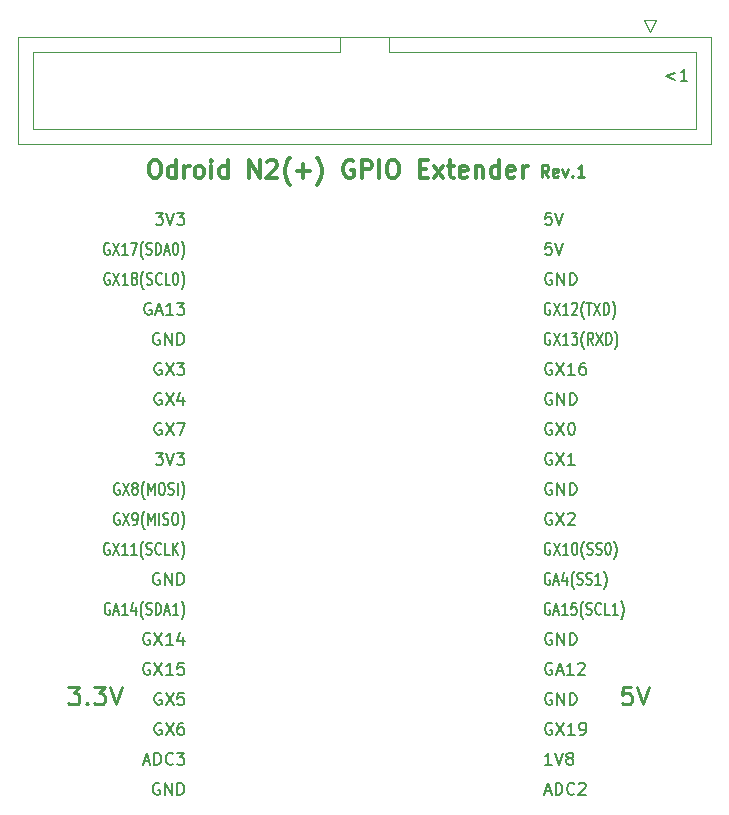
<source format=gbr>
%TF.GenerationSoftware,KiCad,Pcbnew,(5.1.9)-1*%
%TF.CreationDate,2022-02-08T17:05:31+09:00*%
%TF.ProjectId,odroid-extend,6f64726f-6964-42d6-9578-74656e642e6b,rev?*%
%TF.SameCoordinates,Original*%
%TF.FileFunction,Legend,Top*%
%TF.FilePolarity,Positive*%
%FSLAX46Y46*%
G04 Gerber Fmt 4.6, Leading zero omitted, Abs format (unit mm)*
G04 Created by KiCad (PCBNEW (5.1.9)-1) date 2022-02-08 17:05:31*
%MOMM*%
%LPD*%
G01*
G04 APERTURE LIST*
%ADD10C,0.150000*%
%ADD11C,0.250000*%
%ADD12C,0.300000*%
%ADD13C,0.120000*%
G04 APERTURE END LIST*
D10*
X189134761Y-66333714D02*
X188372857Y-66619428D01*
X189134761Y-66905142D01*
X190134761Y-67000380D02*
X189563333Y-67000380D01*
X189849047Y-67000380D02*
X189849047Y-66000380D01*
X189753809Y-66143238D01*
X189658571Y-66238476D01*
X189563333Y-66286095D01*
X145444785Y-126500000D02*
X145349547Y-126452380D01*
X145206690Y-126452380D01*
X145063833Y-126500000D01*
X144968595Y-126595238D01*
X144920976Y-126690476D01*
X144873357Y-126880952D01*
X144873357Y-127023809D01*
X144920976Y-127214285D01*
X144968595Y-127309523D01*
X145063833Y-127404761D01*
X145206690Y-127452380D01*
X145301928Y-127452380D01*
X145444785Y-127404761D01*
X145492404Y-127357142D01*
X145492404Y-127023809D01*
X145301928Y-127023809D01*
X145920976Y-127452380D02*
X145920976Y-126452380D01*
X146492404Y-127452380D01*
X146492404Y-126452380D01*
X146968595Y-127452380D02*
X146968595Y-126452380D01*
X147206690Y-126452380D01*
X147349547Y-126500000D01*
X147444785Y-126595238D01*
X147492404Y-126690476D01*
X147540023Y-126880952D01*
X147540023Y-127023809D01*
X147492404Y-127214285D01*
X147444785Y-127309523D01*
X147349547Y-127404761D01*
X147206690Y-127452380D01*
X146968595Y-127452380D01*
X144111452Y-124626666D02*
X144587642Y-124626666D01*
X144016214Y-124912380D02*
X144349547Y-123912380D01*
X144682880Y-124912380D01*
X145016214Y-124912380D02*
X145016214Y-123912380D01*
X145254309Y-123912380D01*
X145397166Y-123960000D01*
X145492404Y-124055238D01*
X145540023Y-124150476D01*
X145587642Y-124340952D01*
X145587642Y-124483809D01*
X145540023Y-124674285D01*
X145492404Y-124769523D01*
X145397166Y-124864761D01*
X145254309Y-124912380D01*
X145016214Y-124912380D01*
X146587642Y-124817142D02*
X146540023Y-124864761D01*
X146397166Y-124912380D01*
X146301928Y-124912380D01*
X146159071Y-124864761D01*
X146063833Y-124769523D01*
X146016214Y-124674285D01*
X145968595Y-124483809D01*
X145968595Y-124340952D01*
X146016214Y-124150476D01*
X146063833Y-124055238D01*
X146159071Y-123960000D01*
X146301928Y-123912380D01*
X146397166Y-123912380D01*
X146540023Y-123960000D01*
X146587642Y-124007619D01*
X146920976Y-123912380D02*
X147540023Y-123912380D01*
X147206690Y-124293333D01*
X147349547Y-124293333D01*
X147444785Y-124340952D01*
X147492404Y-124388571D01*
X147540023Y-124483809D01*
X147540023Y-124721904D01*
X147492404Y-124817142D01*
X147444785Y-124864761D01*
X147349547Y-124912380D01*
X147063833Y-124912380D01*
X146968595Y-124864761D01*
X146920976Y-124817142D01*
X145587642Y-121420000D02*
X145492404Y-121372380D01*
X145349547Y-121372380D01*
X145206690Y-121420000D01*
X145111452Y-121515238D01*
X145063833Y-121610476D01*
X145016214Y-121800952D01*
X145016214Y-121943809D01*
X145063833Y-122134285D01*
X145111452Y-122229523D01*
X145206690Y-122324761D01*
X145349547Y-122372380D01*
X145444785Y-122372380D01*
X145587642Y-122324761D01*
X145635261Y-122277142D01*
X145635261Y-121943809D01*
X145444785Y-121943809D01*
X145968595Y-121372380D02*
X146635261Y-122372380D01*
X146635261Y-121372380D02*
X145968595Y-122372380D01*
X147444785Y-121372380D02*
X147254309Y-121372380D01*
X147159071Y-121420000D01*
X147111452Y-121467619D01*
X147016214Y-121610476D01*
X146968595Y-121800952D01*
X146968595Y-122181904D01*
X147016214Y-122277142D01*
X147063833Y-122324761D01*
X147159071Y-122372380D01*
X147349547Y-122372380D01*
X147444785Y-122324761D01*
X147492404Y-122277142D01*
X147540023Y-122181904D01*
X147540023Y-121943809D01*
X147492404Y-121848571D01*
X147444785Y-121800952D01*
X147349547Y-121753333D01*
X147159071Y-121753333D01*
X147063833Y-121800952D01*
X147016214Y-121848571D01*
X146968595Y-121943809D01*
X145587642Y-118880000D02*
X145492404Y-118832380D01*
X145349547Y-118832380D01*
X145206690Y-118880000D01*
X145111452Y-118975238D01*
X145063833Y-119070476D01*
X145016214Y-119260952D01*
X145016214Y-119403809D01*
X145063833Y-119594285D01*
X145111452Y-119689523D01*
X145206690Y-119784761D01*
X145349547Y-119832380D01*
X145444785Y-119832380D01*
X145587642Y-119784761D01*
X145635261Y-119737142D01*
X145635261Y-119403809D01*
X145444785Y-119403809D01*
X145968595Y-118832380D02*
X146635261Y-119832380D01*
X146635261Y-118832380D02*
X145968595Y-119832380D01*
X147492404Y-118832380D02*
X147016214Y-118832380D01*
X146968595Y-119308571D01*
X147016214Y-119260952D01*
X147111452Y-119213333D01*
X147349547Y-119213333D01*
X147444785Y-119260952D01*
X147492404Y-119308571D01*
X147540023Y-119403809D01*
X147540023Y-119641904D01*
X147492404Y-119737142D01*
X147444785Y-119784761D01*
X147349547Y-119832380D01*
X147111452Y-119832380D01*
X147016214Y-119784761D01*
X146968595Y-119737142D01*
X144635261Y-116340000D02*
X144540023Y-116292380D01*
X144397166Y-116292380D01*
X144254309Y-116340000D01*
X144159071Y-116435238D01*
X144111452Y-116530476D01*
X144063833Y-116720952D01*
X144063833Y-116863809D01*
X144111452Y-117054285D01*
X144159071Y-117149523D01*
X144254309Y-117244761D01*
X144397166Y-117292380D01*
X144492404Y-117292380D01*
X144635261Y-117244761D01*
X144682880Y-117197142D01*
X144682880Y-116863809D01*
X144492404Y-116863809D01*
X145016214Y-116292380D02*
X145682880Y-117292380D01*
X145682880Y-116292380D02*
X145016214Y-117292380D01*
X146587642Y-117292380D02*
X146016214Y-117292380D01*
X146301928Y-117292380D02*
X146301928Y-116292380D01*
X146206690Y-116435238D01*
X146111452Y-116530476D01*
X146016214Y-116578095D01*
X147492404Y-116292380D02*
X147016214Y-116292380D01*
X146968595Y-116768571D01*
X147016214Y-116720952D01*
X147111452Y-116673333D01*
X147349547Y-116673333D01*
X147444785Y-116720952D01*
X147492404Y-116768571D01*
X147540023Y-116863809D01*
X147540023Y-117101904D01*
X147492404Y-117197142D01*
X147444785Y-117244761D01*
X147349547Y-117292380D01*
X147111452Y-117292380D01*
X147016214Y-117244761D01*
X146968595Y-117197142D01*
X144635261Y-113800000D02*
X144540023Y-113752380D01*
X144397166Y-113752380D01*
X144254309Y-113800000D01*
X144159071Y-113895238D01*
X144111452Y-113990476D01*
X144063833Y-114180952D01*
X144063833Y-114323809D01*
X144111452Y-114514285D01*
X144159071Y-114609523D01*
X144254309Y-114704761D01*
X144397166Y-114752380D01*
X144492404Y-114752380D01*
X144635261Y-114704761D01*
X144682880Y-114657142D01*
X144682880Y-114323809D01*
X144492404Y-114323809D01*
X145016214Y-113752380D02*
X145682880Y-114752380D01*
X145682880Y-113752380D02*
X145016214Y-114752380D01*
X146587642Y-114752380D02*
X146016214Y-114752380D01*
X146301928Y-114752380D02*
X146301928Y-113752380D01*
X146206690Y-113895238D01*
X146111452Y-113990476D01*
X146016214Y-114038095D01*
X147444785Y-114085714D02*
X147444785Y-114752380D01*
X147206690Y-113704761D02*
X146968595Y-114419047D01*
X147587642Y-114419047D01*
X141254309Y-111260000D02*
X141178119Y-111212380D01*
X141063833Y-111212380D01*
X140949547Y-111260000D01*
X140873357Y-111355238D01*
X140835261Y-111450476D01*
X140797166Y-111640952D01*
X140797166Y-111783809D01*
X140835261Y-111974285D01*
X140873357Y-112069523D01*
X140949547Y-112164761D01*
X141063833Y-112212380D01*
X141140023Y-112212380D01*
X141254309Y-112164761D01*
X141292404Y-112117142D01*
X141292404Y-111783809D01*
X141140023Y-111783809D01*
X141597166Y-111926666D02*
X141978119Y-111926666D01*
X141520976Y-112212380D02*
X141787642Y-111212380D01*
X142054309Y-112212380D01*
X142740023Y-112212380D02*
X142282880Y-112212380D01*
X142511452Y-112212380D02*
X142511452Y-111212380D01*
X142435261Y-111355238D01*
X142359071Y-111450476D01*
X142282880Y-111498095D01*
X143425738Y-111545714D02*
X143425738Y-112212380D01*
X143235261Y-111164761D02*
X143044785Y-111879047D01*
X143540023Y-111879047D01*
X144073357Y-112593333D02*
X144035261Y-112545714D01*
X143959071Y-112402857D01*
X143920976Y-112307619D01*
X143882880Y-112164761D01*
X143844785Y-111926666D01*
X143844785Y-111736190D01*
X143882880Y-111498095D01*
X143920976Y-111355238D01*
X143959071Y-111260000D01*
X144035261Y-111117142D01*
X144073357Y-111069523D01*
X144340023Y-112164761D02*
X144454309Y-112212380D01*
X144644785Y-112212380D01*
X144720976Y-112164761D01*
X144759071Y-112117142D01*
X144797166Y-112021904D01*
X144797166Y-111926666D01*
X144759071Y-111831428D01*
X144720976Y-111783809D01*
X144644785Y-111736190D01*
X144492404Y-111688571D01*
X144416214Y-111640952D01*
X144378119Y-111593333D01*
X144340023Y-111498095D01*
X144340023Y-111402857D01*
X144378119Y-111307619D01*
X144416214Y-111260000D01*
X144492404Y-111212380D01*
X144682880Y-111212380D01*
X144797166Y-111260000D01*
X145140023Y-112212380D02*
X145140023Y-111212380D01*
X145330500Y-111212380D01*
X145444785Y-111260000D01*
X145520976Y-111355238D01*
X145559071Y-111450476D01*
X145597166Y-111640952D01*
X145597166Y-111783809D01*
X145559071Y-111974285D01*
X145520976Y-112069523D01*
X145444785Y-112164761D01*
X145330500Y-112212380D01*
X145140023Y-112212380D01*
X145901928Y-111926666D02*
X146282880Y-111926666D01*
X145825738Y-112212380D02*
X146092404Y-111212380D01*
X146359071Y-112212380D01*
X147044785Y-112212380D02*
X146587642Y-112212380D01*
X146816214Y-112212380D02*
X146816214Y-111212380D01*
X146740023Y-111355238D01*
X146663833Y-111450476D01*
X146587642Y-111498095D01*
X147311452Y-112593333D02*
X147349547Y-112545714D01*
X147425738Y-112402857D01*
X147463833Y-112307619D01*
X147501928Y-112164761D01*
X147540023Y-111926666D01*
X147540023Y-111736190D01*
X147501928Y-111498095D01*
X147463833Y-111355238D01*
X147425738Y-111260000D01*
X147349547Y-111117142D01*
X147311452Y-111069523D01*
X145111452Y-78192380D02*
X145730500Y-78192380D01*
X145397166Y-78573333D01*
X145540023Y-78573333D01*
X145635261Y-78620952D01*
X145682880Y-78668571D01*
X145730500Y-78763809D01*
X145730500Y-79001904D01*
X145682880Y-79097142D01*
X145635261Y-79144761D01*
X145540023Y-79192380D01*
X145254309Y-79192380D01*
X145159071Y-79144761D01*
X145111452Y-79097142D01*
X146016214Y-78192380D02*
X146349547Y-79192380D01*
X146682880Y-78192380D01*
X146920976Y-78192380D02*
X147540023Y-78192380D01*
X147206690Y-78573333D01*
X147349547Y-78573333D01*
X147444785Y-78620952D01*
X147492404Y-78668571D01*
X147540023Y-78763809D01*
X147540023Y-79001904D01*
X147492404Y-79097142D01*
X147444785Y-79144761D01*
X147349547Y-79192380D01*
X147063833Y-79192380D01*
X146968595Y-79144761D01*
X146920976Y-79097142D01*
X141178119Y-80780000D02*
X141101928Y-80732380D01*
X140987642Y-80732380D01*
X140873357Y-80780000D01*
X140797166Y-80875238D01*
X140759071Y-80970476D01*
X140720976Y-81160952D01*
X140720976Y-81303809D01*
X140759071Y-81494285D01*
X140797166Y-81589523D01*
X140873357Y-81684761D01*
X140987642Y-81732380D01*
X141063833Y-81732380D01*
X141178119Y-81684761D01*
X141216214Y-81637142D01*
X141216214Y-81303809D01*
X141063833Y-81303809D01*
X141482880Y-80732380D02*
X142016214Y-81732380D01*
X142016214Y-80732380D02*
X141482880Y-81732380D01*
X142740023Y-81732380D02*
X142282880Y-81732380D01*
X142511452Y-81732380D02*
X142511452Y-80732380D01*
X142435261Y-80875238D01*
X142359071Y-80970476D01*
X142282880Y-81018095D01*
X143006690Y-80732380D02*
X143540023Y-80732380D01*
X143197166Y-81732380D01*
X144073357Y-82113333D02*
X144035261Y-82065714D01*
X143959071Y-81922857D01*
X143920976Y-81827619D01*
X143882880Y-81684761D01*
X143844785Y-81446666D01*
X143844785Y-81256190D01*
X143882880Y-81018095D01*
X143920976Y-80875238D01*
X143959071Y-80780000D01*
X144035261Y-80637142D01*
X144073357Y-80589523D01*
X144340023Y-81684761D02*
X144454309Y-81732380D01*
X144644785Y-81732380D01*
X144720976Y-81684761D01*
X144759071Y-81637142D01*
X144797166Y-81541904D01*
X144797166Y-81446666D01*
X144759071Y-81351428D01*
X144720976Y-81303809D01*
X144644785Y-81256190D01*
X144492404Y-81208571D01*
X144416214Y-81160952D01*
X144378119Y-81113333D01*
X144340023Y-81018095D01*
X144340023Y-80922857D01*
X144378119Y-80827619D01*
X144416214Y-80780000D01*
X144492404Y-80732380D01*
X144682880Y-80732380D01*
X144797166Y-80780000D01*
X145140023Y-81732380D02*
X145140023Y-80732380D01*
X145330500Y-80732380D01*
X145444785Y-80780000D01*
X145520976Y-80875238D01*
X145559071Y-80970476D01*
X145597166Y-81160952D01*
X145597166Y-81303809D01*
X145559071Y-81494285D01*
X145520976Y-81589523D01*
X145444785Y-81684761D01*
X145330500Y-81732380D01*
X145140023Y-81732380D01*
X145901928Y-81446666D02*
X146282880Y-81446666D01*
X145825738Y-81732380D02*
X146092404Y-80732380D01*
X146359071Y-81732380D01*
X146778119Y-80732380D02*
X146854309Y-80732380D01*
X146930500Y-80780000D01*
X146968595Y-80827619D01*
X147006690Y-80922857D01*
X147044785Y-81113333D01*
X147044785Y-81351428D01*
X147006690Y-81541904D01*
X146968595Y-81637142D01*
X146930500Y-81684761D01*
X146854309Y-81732380D01*
X146778119Y-81732380D01*
X146701928Y-81684761D01*
X146663833Y-81637142D01*
X146625738Y-81541904D01*
X146587642Y-81351428D01*
X146587642Y-81113333D01*
X146625738Y-80922857D01*
X146663833Y-80827619D01*
X146701928Y-80780000D01*
X146778119Y-80732380D01*
X147311452Y-82113333D02*
X147349547Y-82065714D01*
X147425738Y-81922857D01*
X147463833Y-81827619D01*
X147501928Y-81684761D01*
X147540023Y-81446666D01*
X147540023Y-81256190D01*
X147501928Y-81018095D01*
X147463833Y-80875238D01*
X147425738Y-80780000D01*
X147349547Y-80637142D01*
X147311452Y-80589523D01*
X141216214Y-83320000D02*
X141140023Y-83272380D01*
X141025738Y-83272380D01*
X140911452Y-83320000D01*
X140835261Y-83415238D01*
X140797166Y-83510476D01*
X140759071Y-83700952D01*
X140759071Y-83843809D01*
X140797166Y-84034285D01*
X140835261Y-84129523D01*
X140911452Y-84224761D01*
X141025738Y-84272380D01*
X141101928Y-84272380D01*
X141216214Y-84224761D01*
X141254309Y-84177142D01*
X141254309Y-83843809D01*
X141101928Y-83843809D01*
X141520976Y-83272380D02*
X142054309Y-84272380D01*
X142054309Y-83272380D02*
X141520976Y-84272380D01*
X142778119Y-84272380D02*
X142320976Y-84272380D01*
X142549547Y-84272380D02*
X142549547Y-83272380D01*
X142473357Y-83415238D01*
X142397166Y-83510476D01*
X142320976Y-83558095D01*
X143235261Y-83700952D02*
X143159071Y-83653333D01*
X143120976Y-83605714D01*
X143082880Y-83510476D01*
X143082880Y-83462857D01*
X143120976Y-83367619D01*
X143159071Y-83320000D01*
X143235261Y-83272380D01*
X143387642Y-83272380D01*
X143463833Y-83320000D01*
X143501928Y-83367619D01*
X143540023Y-83462857D01*
X143540023Y-83510476D01*
X143501928Y-83605714D01*
X143463833Y-83653333D01*
X143387642Y-83700952D01*
X143235261Y-83700952D01*
X143159071Y-83748571D01*
X143120976Y-83796190D01*
X143082880Y-83891428D01*
X143082880Y-84081904D01*
X143120976Y-84177142D01*
X143159071Y-84224761D01*
X143235261Y-84272380D01*
X143387642Y-84272380D01*
X143463833Y-84224761D01*
X143501928Y-84177142D01*
X143540023Y-84081904D01*
X143540023Y-83891428D01*
X143501928Y-83796190D01*
X143463833Y-83748571D01*
X143387642Y-83700952D01*
X144111452Y-84653333D02*
X144073357Y-84605714D01*
X143997166Y-84462857D01*
X143959071Y-84367619D01*
X143920976Y-84224761D01*
X143882880Y-83986666D01*
X143882880Y-83796190D01*
X143920976Y-83558095D01*
X143959071Y-83415238D01*
X143997166Y-83320000D01*
X144073357Y-83177142D01*
X144111452Y-83129523D01*
X144378119Y-84224761D02*
X144492404Y-84272380D01*
X144682880Y-84272380D01*
X144759071Y-84224761D01*
X144797166Y-84177142D01*
X144835261Y-84081904D01*
X144835261Y-83986666D01*
X144797166Y-83891428D01*
X144759071Y-83843809D01*
X144682880Y-83796190D01*
X144530500Y-83748571D01*
X144454309Y-83700952D01*
X144416214Y-83653333D01*
X144378119Y-83558095D01*
X144378119Y-83462857D01*
X144416214Y-83367619D01*
X144454309Y-83320000D01*
X144530500Y-83272380D01*
X144720976Y-83272380D01*
X144835261Y-83320000D01*
X145635261Y-84177142D02*
X145597166Y-84224761D01*
X145482880Y-84272380D01*
X145406690Y-84272380D01*
X145292404Y-84224761D01*
X145216214Y-84129523D01*
X145178119Y-84034285D01*
X145140023Y-83843809D01*
X145140023Y-83700952D01*
X145178119Y-83510476D01*
X145216214Y-83415238D01*
X145292404Y-83320000D01*
X145406690Y-83272380D01*
X145482880Y-83272380D01*
X145597166Y-83320000D01*
X145635261Y-83367619D01*
X146359071Y-84272380D02*
X145978119Y-84272380D01*
X145978119Y-83272380D01*
X146778119Y-83272380D02*
X146854309Y-83272380D01*
X146930500Y-83320000D01*
X146968595Y-83367619D01*
X147006690Y-83462857D01*
X147044785Y-83653333D01*
X147044785Y-83891428D01*
X147006690Y-84081904D01*
X146968595Y-84177142D01*
X146930500Y-84224761D01*
X146854309Y-84272380D01*
X146778119Y-84272380D01*
X146701928Y-84224761D01*
X146663833Y-84177142D01*
X146625738Y-84081904D01*
X146587642Y-83891428D01*
X146587642Y-83653333D01*
X146625738Y-83462857D01*
X146663833Y-83367619D01*
X146701928Y-83320000D01*
X146778119Y-83272380D01*
X147311452Y-84653333D02*
X147349547Y-84605714D01*
X147425738Y-84462857D01*
X147463833Y-84367619D01*
X147501928Y-84224761D01*
X147540023Y-83986666D01*
X147540023Y-83796190D01*
X147501928Y-83558095D01*
X147463833Y-83415238D01*
X147425738Y-83320000D01*
X147349547Y-83177142D01*
X147311452Y-83129523D01*
X144730500Y-85860000D02*
X144635261Y-85812380D01*
X144492404Y-85812380D01*
X144349547Y-85860000D01*
X144254309Y-85955238D01*
X144206690Y-86050476D01*
X144159071Y-86240952D01*
X144159071Y-86383809D01*
X144206690Y-86574285D01*
X144254309Y-86669523D01*
X144349547Y-86764761D01*
X144492404Y-86812380D01*
X144587642Y-86812380D01*
X144730500Y-86764761D01*
X144778119Y-86717142D01*
X144778119Y-86383809D01*
X144587642Y-86383809D01*
X145159071Y-86526666D02*
X145635261Y-86526666D01*
X145063833Y-86812380D02*
X145397166Y-85812380D01*
X145730500Y-86812380D01*
X146587642Y-86812380D02*
X146016214Y-86812380D01*
X146301928Y-86812380D02*
X146301928Y-85812380D01*
X146206690Y-85955238D01*
X146111452Y-86050476D01*
X146016214Y-86098095D01*
X146920976Y-85812380D02*
X147540023Y-85812380D01*
X147206690Y-86193333D01*
X147349547Y-86193333D01*
X147444785Y-86240952D01*
X147492404Y-86288571D01*
X147540023Y-86383809D01*
X147540023Y-86621904D01*
X147492404Y-86717142D01*
X147444785Y-86764761D01*
X147349547Y-86812380D01*
X147063833Y-86812380D01*
X146968595Y-86764761D01*
X146920976Y-86717142D01*
X145444785Y-88400000D02*
X145349547Y-88352380D01*
X145206690Y-88352380D01*
X145063833Y-88400000D01*
X144968595Y-88495238D01*
X144920976Y-88590476D01*
X144873357Y-88780952D01*
X144873357Y-88923809D01*
X144920976Y-89114285D01*
X144968595Y-89209523D01*
X145063833Y-89304761D01*
X145206690Y-89352380D01*
X145301928Y-89352380D01*
X145444785Y-89304761D01*
X145492404Y-89257142D01*
X145492404Y-88923809D01*
X145301928Y-88923809D01*
X145920976Y-89352380D02*
X145920976Y-88352380D01*
X146492404Y-89352380D01*
X146492404Y-88352380D01*
X146968595Y-89352380D02*
X146968595Y-88352380D01*
X147206690Y-88352380D01*
X147349547Y-88400000D01*
X147444785Y-88495238D01*
X147492404Y-88590476D01*
X147540023Y-88780952D01*
X147540023Y-88923809D01*
X147492404Y-89114285D01*
X147444785Y-89209523D01*
X147349547Y-89304761D01*
X147206690Y-89352380D01*
X146968595Y-89352380D01*
X145587642Y-90940000D02*
X145492404Y-90892380D01*
X145349547Y-90892380D01*
X145206690Y-90940000D01*
X145111452Y-91035238D01*
X145063833Y-91130476D01*
X145016214Y-91320952D01*
X145016214Y-91463809D01*
X145063833Y-91654285D01*
X145111452Y-91749523D01*
X145206690Y-91844761D01*
X145349547Y-91892380D01*
X145444785Y-91892380D01*
X145587642Y-91844761D01*
X145635261Y-91797142D01*
X145635261Y-91463809D01*
X145444785Y-91463809D01*
X145968595Y-90892380D02*
X146635261Y-91892380D01*
X146635261Y-90892380D02*
X145968595Y-91892380D01*
X146920976Y-90892380D02*
X147540023Y-90892380D01*
X147206690Y-91273333D01*
X147349547Y-91273333D01*
X147444785Y-91320952D01*
X147492404Y-91368571D01*
X147540023Y-91463809D01*
X147540023Y-91701904D01*
X147492404Y-91797142D01*
X147444785Y-91844761D01*
X147349547Y-91892380D01*
X147063833Y-91892380D01*
X146968595Y-91844761D01*
X146920976Y-91797142D01*
X145587642Y-93480000D02*
X145492404Y-93432380D01*
X145349547Y-93432380D01*
X145206690Y-93480000D01*
X145111452Y-93575238D01*
X145063833Y-93670476D01*
X145016214Y-93860952D01*
X145016214Y-94003809D01*
X145063833Y-94194285D01*
X145111452Y-94289523D01*
X145206690Y-94384761D01*
X145349547Y-94432380D01*
X145444785Y-94432380D01*
X145587642Y-94384761D01*
X145635261Y-94337142D01*
X145635261Y-94003809D01*
X145444785Y-94003809D01*
X145968595Y-93432380D02*
X146635261Y-94432380D01*
X146635261Y-93432380D02*
X145968595Y-94432380D01*
X147444785Y-93765714D02*
X147444785Y-94432380D01*
X147206690Y-93384761D02*
X146968595Y-94099047D01*
X147587642Y-94099047D01*
X145587642Y-96020000D02*
X145492404Y-95972380D01*
X145349547Y-95972380D01*
X145206690Y-96020000D01*
X145111452Y-96115238D01*
X145063833Y-96210476D01*
X145016214Y-96400952D01*
X145016214Y-96543809D01*
X145063833Y-96734285D01*
X145111452Y-96829523D01*
X145206690Y-96924761D01*
X145349547Y-96972380D01*
X145444785Y-96972380D01*
X145587642Y-96924761D01*
X145635261Y-96877142D01*
X145635261Y-96543809D01*
X145444785Y-96543809D01*
X145968595Y-95972380D02*
X146635261Y-96972380D01*
X146635261Y-95972380D02*
X145968595Y-96972380D01*
X146920976Y-95972380D02*
X147587642Y-95972380D01*
X147159071Y-96972380D01*
X145111452Y-98512380D02*
X145730500Y-98512380D01*
X145397166Y-98893333D01*
X145540023Y-98893333D01*
X145635261Y-98940952D01*
X145682880Y-98988571D01*
X145730500Y-99083809D01*
X145730500Y-99321904D01*
X145682880Y-99417142D01*
X145635261Y-99464761D01*
X145540023Y-99512380D01*
X145254309Y-99512380D01*
X145159071Y-99464761D01*
X145111452Y-99417142D01*
X146016214Y-98512380D02*
X146349547Y-99512380D01*
X146682880Y-98512380D01*
X146920976Y-98512380D02*
X147540023Y-98512380D01*
X147206690Y-98893333D01*
X147349547Y-98893333D01*
X147444785Y-98940952D01*
X147492404Y-98988571D01*
X147540023Y-99083809D01*
X147540023Y-99321904D01*
X147492404Y-99417142D01*
X147444785Y-99464761D01*
X147349547Y-99512380D01*
X147063833Y-99512380D01*
X146968595Y-99464761D01*
X146920976Y-99417142D01*
X142054309Y-101100000D02*
X141978119Y-101052380D01*
X141863833Y-101052380D01*
X141749547Y-101100000D01*
X141673357Y-101195238D01*
X141635261Y-101290476D01*
X141597166Y-101480952D01*
X141597166Y-101623809D01*
X141635261Y-101814285D01*
X141673357Y-101909523D01*
X141749547Y-102004761D01*
X141863833Y-102052380D01*
X141940023Y-102052380D01*
X142054309Y-102004761D01*
X142092404Y-101957142D01*
X142092404Y-101623809D01*
X141940023Y-101623809D01*
X142359071Y-101052380D02*
X142892404Y-102052380D01*
X142892404Y-101052380D02*
X142359071Y-102052380D01*
X143311452Y-101480952D02*
X143235261Y-101433333D01*
X143197166Y-101385714D01*
X143159071Y-101290476D01*
X143159071Y-101242857D01*
X143197166Y-101147619D01*
X143235261Y-101100000D01*
X143311452Y-101052380D01*
X143463833Y-101052380D01*
X143540023Y-101100000D01*
X143578119Y-101147619D01*
X143616214Y-101242857D01*
X143616214Y-101290476D01*
X143578119Y-101385714D01*
X143540023Y-101433333D01*
X143463833Y-101480952D01*
X143311452Y-101480952D01*
X143235261Y-101528571D01*
X143197166Y-101576190D01*
X143159071Y-101671428D01*
X143159071Y-101861904D01*
X143197166Y-101957142D01*
X143235261Y-102004761D01*
X143311452Y-102052380D01*
X143463833Y-102052380D01*
X143540023Y-102004761D01*
X143578119Y-101957142D01*
X143616214Y-101861904D01*
X143616214Y-101671428D01*
X143578119Y-101576190D01*
X143540023Y-101528571D01*
X143463833Y-101480952D01*
X144187642Y-102433333D02*
X144149547Y-102385714D01*
X144073357Y-102242857D01*
X144035261Y-102147619D01*
X143997166Y-102004761D01*
X143959071Y-101766666D01*
X143959071Y-101576190D01*
X143997166Y-101338095D01*
X144035261Y-101195238D01*
X144073357Y-101100000D01*
X144149547Y-100957142D01*
X144187642Y-100909523D01*
X144492404Y-102052380D02*
X144492404Y-101052380D01*
X144759071Y-101766666D01*
X145025738Y-101052380D01*
X145025738Y-102052380D01*
X145559071Y-101052380D02*
X145711452Y-101052380D01*
X145787642Y-101100000D01*
X145863833Y-101195238D01*
X145901928Y-101385714D01*
X145901928Y-101719047D01*
X145863833Y-101909523D01*
X145787642Y-102004761D01*
X145711452Y-102052380D01*
X145559071Y-102052380D01*
X145482880Y-102004761D01*
X145406690Y-101909523D01*
X145368595Y-101719047D01*
X145368595Y-101385714D01*
X145406690Y-101195238D01*
X145482880Y-101100000D01*
X145559071Y-101052380D01*
X146206690Y-102004761D02*
X146320976Y-102052380D01*
X146511452Y-102052380D01*
X146587642Y-102004761D01*
X146625738Y-101957142D01*
X146663833Y-101861904D01*
X146663833Y-101766666D01*
X146625738Y-101671428D01*
X146587642Y-101623809D01*
X146511452Y-101576190D01*
X146359071Y-101528571D01*
X146282880Y-101480952D01*
X146244785Y-101433333D01*
X146206690Y-101338095D01*
X146206690Y-101242857D01*
X146244785Y-101147619D01*
X146282880Y-101100000D01*
X146359071Y-101052380D01*
X146549547Y-101052380D01*
X146663833Y-101100000D01*
X147006690Y-102052380D02*
X147006690Y-101052380D01*
X147311452Y-102433333D02*
X147349547Y-102385714D01*
X147425738Y-102242857D01*
X147463833Y-102147619D01*
X147501928Y-102004761D01*
X147540023Y-101766666D01*
X147540023Y-101576190D01*
X147501928Y-101338095D01*
X147463833Y-101195238D01*
X147425738Y-101100000D01*
X147349547Y-100957142D01*
X147311452Y-100909523D01*
X142054309Y-103640000D02*
X141978119Y-103592380D01*
X141863833Y-103592380D01*
X141749547Y-103640000D01*
X141673357Y-103735238D01*
X141635261Y-103830476D01*
X141597166Y-104020952D01*
X141597166Y-104163809D01*
X141635261Y-104354285D01*
X141673357Y-104449523D01*
X141749547Y-104544761D01*
X141863833Y-104592380D01*
X141940023Y-104592380D01*
X142054309Y-104544761D01*
X142092404Y-104497142D01*
X142092404Y-104163809D01*
X141940023Y-104163809D01*
X142359071Y-103592380D02*
X142892404Y-104592380D01*
X142892404Y-103592380D02*
X142359071Y-104592380D01*
X143235261Y-104592380D02*
X143387642Y-104592380D01*
X143463833Y-104544761D01*
X143501928Y-104497142D01*
X143578119Y-104354285D01*
X143616214Y-104163809D01*
X143616214Y-103782857D01*
X143578119Y-103687619D01*
X143540023Y-103640000D01*
X143463833Y-103592380D01*
X143311452Y-103592380D01*
X143235261Y-103640000D01*
X143197166Y-103687619D01*
X143159071Y-103782857D01*
X143159071Y-104020952D01*
X143197166Y-104116190D01*
X143235261Y-104163809D01*
X143311452Y-104211428D01*
X143463833Y-104211428D01*
X143540023Y-104163809D01*
X143578119Y-104116190D01*
X143616214Y-104020952D01*
X144187642Y-104973333D02*
X144149547Y-104925714D01*
X144073357Y-104782857D01*
X144035261Y-104687619D01*
X143997166Y-104544761D01*
X143959071Y-104306666D01*
X143959071Y-104116190D01*
X143997166Y-103878095D01*
X144035261Y-103735238D01*
X144073357Y-103640000D01*
X144149547Y-103497142D01*
X144187642Y-103449523D01*
X144492404Y-104592380D02*
X144492404Y-103592380D01*
X144759071Y-104306666D01*
X145025738Y-103592380D01*
X145025738Y-104592380D01*
X145406690Y-104592380D02*
X145406690Y-103592380D01*
X145749547Y-104544761D02*
X145863833Y-104592380D01*
X146054309Y-104592380D01*
X146130500Y-104544761D01*
X146168595Y-104497142D01*
X146206690Y-104401904D01*
X146206690Y-104306666D01*
X146168595Y-104211428D01*
X146130500Y-104163809D01*
X146054309Y-104116190D01*
X145901928Y-104068571D01*
X145825738Y-104020952D01*
X145787642Y-103973333D01*
X145749547Y-103878095D01*
X145749547Y-103782857D01*
X145787642Y-103687619D01*
X145825738Y-103640000D01*
X145901928Y-103592380D01*
X146092404Y-103592380D01*
X146206690Y-103640000D01*
X146701928Y-103592380D02*
X146854309Y-103592380D01*
X146930500Y-103640000D01*
X147006690Y-103735238D01*
X147044785Y-103925714D01*
X147044785Y-104259047D01*
X147006690Y-104449523D01*
X146930500Y-104544761D01*
X146854309Y-104592380D01*
X146701928Y-104592380D01*
X146625738Y-104544761D01*
X146549547Y-104449523D01*
X146511452Y-104259047D01*
X146511452Y-103925714D01*
X146549547Y-103735238D01*
X146625738Y-103640000D01*
X146701928Y-103592380D01*
X147311452Y-104973333D02*
X147349547Y-104925714D01*
X147425738Y-104782857D01*
X147463833Y-104687619D01*
X147501928Y-104544761D01*
X147540023Y-104306666D01*
X147540023Y-104116190D01*
X147501928Y-103878095D01*
X147463833Y-103735238D01*
X147425738Y-103640000D01*
X147349547Y-103497142D01*
X147311452Y-103449523D01*
X141178119Y-106180000D02*
X141101928Y-106132380D01*
X140987642Y-106132380D01*
X140873357Y-106180000D01*
X140797166Y-106275238D01*
X140759071Y-106370476D01*
X140720976Y-106560952D01*
X140720976Y-106703809D01*
X140759071Y-106894285D01*
X140797166Y-106989523D01*
X140873357Y-107084761D01*
X140987642Y-107132380D01*
X141063833Y-107132380D01*
X141178119Y-107084761D01*
X141216214Y-107037142D01*
X141216214Y-106703809D01*
X141063833Y-106703809D01*
X141482880Y-106132380D02*
X142016214Y-107132380D01*
X142016214Y-106132380D02*
X141482880Y-107132380D01*
X142740023Y-107132380D02*
X142282880Y-107132380D01*
X142511452Y-107132380D02*
X142511452Y-106132380D01*
X142435261Y-106275238D01*
X142359071Y-106370476D01*
X142282880Y-106418095D01*
X143501928Y-107132380D02*
X143044785Y-107132380D01*
X143273357Y-107132380D02*
X143273357Y-106132380D01*
X143197166Y-106275238D01*
X143120976Y-106370476D01*
X143044785Y-106418095D01*
X144073357Y-107513333D02*
X144035261Y-107465714D01*
X143959071Y-107322857D01*
X143920976Y-107227619D01*
X143882880Y-107084761D01*
X143844785Y-106846666D01*
X143844785Y-106656190D01*
X143882880Y-106418095D01*
X143920976Y-106275238D01*
X143959071Y-106180000D01*
X144035261Y-106037142D01*
X144073357Y-105989523D01*
X144340023Y-107084761D02*
X144454309Y-107132380D01*
X144644785Y-107132380D01*
X144720976Y-107084761D01*
X144759071Y-107037142D01*
X144797166Y-106941904D01*
X144797166Y-106846666D01*
X144759071Y-106751428D01*
X144720976Y-106703809D01*
X144644785Y-106656190D01*
X144492404Y-106608571D01*
X144416214Y-106560952D01*
X144378119Y-106513333D01*
X144340023Y-106418095D01*
X144340023Y-106322857D01*
X144378119Y-106227619D01*
X144416214Y-106180000D01*
X144492404Y-106132380D01*
X144682880Y-106132380D01*
X144797166Y-106180000D01*
X145597166Y-107037142D02*
X145559071Y-107084761D01*
X145444785Y-107132380D01*
X145368595Y-107132380D01*
X145254309Y-107084761D01*
X145178119Y-106989523D01*
X145140023Y-106894285D01*
X145101928Y-106703809D01*
X145101928Y-106560952D01*
X145140023Y-106370476D01*
X145178119Y-106275238D01*
X145254309Y-106180000D01*
X145368595Y-106132380D01*
X145444785Y-106132380D01*
X145559071Y-106180000D01*
X145597166Y-106227619D01*
X146320976Y-107132380D02*
X145940023Y-107132380D01*
X145940023Y-106132380D01*
X146587642Y-107132380D02*
X146587642Y-106132380D01*
X147044785Y-107132380D02*
X146701928Y-106560952D01*
X147044785Y-106132380D02*
X146587642Y-106703809D01*
X147311452Y-107513333D02*
X147349547Y-107465714D01*
X147425738Y-107322857D01*
X147463833Y-107227619D01*
X147501928Y-107084761D01*
X147540023Y-106846666D01*
X147540023Y-106656190D01*
X147501928Y-106418095D01*
X147463833Y-106275238D01*
X147425738Y-106180000D01*
X147349547Y-106037142D01*
X147311452Y-105989523D01*
X145444785Y-108720000D02*
X145349547Y-108672380D01*
X145206690Y-108672380D01*
X145063833Y-108720000D01*
X144968595Y-108815238D01*
X144920976Y-108910476D01*
X144873357Y-109100952D01*
X144873357Y-109243809D01*
X144920976Y-109434285D01*
X144968595Y-109529523D01*
X145063833Y-109624761D01*
X145206690Y-109672380D01*
X145301928Y-109672380D01*
X145444785Y-109624761D01*
X145492404Y-109577142D01*
X145492404Y-109243809D01*
X145301928Y-109243809D01*
X145920976Y-109672380D02*
X145920976Y-108672380D01*
X146492404Y-109672380D01*
X146492404Y-108672380D01*
X146968595Y-109672380D02*
X146968595Y-108672380D01*
X147206690Y-108672380D01*
X147349547Y-108720000D01*
X147444785Y-108815238D01*
X147492404Y-108910476D01*
X147540023Y-109100952D01*
X147540023Y-109243809D01*
X147492404Y-109434285D01*
X147444785Y-109529523D01*
X147349547Y-109624761D01*
X147206690Y-109672380D01*
X146968595Y-109672380D01*
X178087976Y-127166666D02*
X178564166Y-127166666D01*
X177992738Y-127452380D02*
X178326071Y-126452380D01*
X178659404Y-127452380D01*
X178992738Y-127452380D02*
X178992738Y-126452380D01*
X179230833Y-126452380D01*
X179373690Y-126500000D01*
X179468928Y-126595238D01*
X179516547Y-126690476D01*
X179564166Y-126880952D01*
X179564166Y-127023809D01*
X179516547Y-127214285D01*
X179468928Y-127309523D01*
X179373690Y-127404761D01*
X179230833Y-127452380D01*
X178992738Y-127452380D01*
X180564166Y-127357142D02*
X180516547Y-127404761D01*
X180373690Y-127452380D01*
X180278452Y-127452380D01*
X180135595Y-127404761D01*
X180040357Y-127309523D01*
X179992738Y-127214285D01*
X179945119Y-127023809D01*
X179945119Y-126880952D01*
X179992738Y-126690476D01*
X180040357Y-126595238D01*
X180135595Y-126500000D01*
X180278452Y-126452380D01*
X180373690Y-126452380D01*
X180516547Y-126500000D01*
X180564166Y-126547619D01*
X180945119Y-126547619D02*
X180992738Y-126500000D01*
X181087976Y-126452380D01*
X181326071Y-126452380D01*
X181421309Y-126500000D01*
X181468928Y-126547619D01*
X181516547Y-126642857D01*
X181516547Y-126738095D01*
X181468928Y-126880952D01*
X180897500Y-127452380D01*
X181516547Y-127452380D01*
X178659404Y-124912380D02*
X178087976Y-124912380D01*
X178373690Y-124912380D02*
X178373690Y-123912380D01*
X178278452Y-124055238D01*
X178183214Y-124150476D01*
X178087976Y-124198095D01*
X178945119Y-123912380D02*
X179278452Y-124912380D01*
X179611785Y-123912380D01*
X180087976Y-124340952D02*
X179992738Y-124293333D01*
X179945119Y-124245714D01*
X179897500Y-124150476D01*
X179897500Y-124102857D01*
X179945119Y-124007619D01*
X179992738Y-123960000D01*
X180087976Y-123912380D01*
X180278452Y-123912380D01*
X180373690Y-123960000D01*
X180421309Y-124007619D01*
X180468928Y-124102857D01*
X180468928Y-124150476D01*
X180421309Y-124245714D01*
X180373690Y-124293333D01*
X180278452Y-124340952D01*
X180087976Y-124340952D01*
X179992738Y-124388571D01*
X179945119Y-124436190D01*
X179897500Y-124531428D01*
X179897500Y-124721904D01*
X179945119Y-124817142D01*
X179992738Y-124864761D01*
X180087976Y-124912380D01*
X180278452Y-124912380D01*
X180373690Y-124864761D01*
X180421309Y-124817142D01*
X180468928Y-124721904D01*
X180468928Y-124531428D01*
X180421309Y-124436190D01*
X180373690Y-124388571D01*
X180278452Y-124340952D01*
X178659404Y-121420000D02*
X178564166Y-121372380D01*
X178421309Y-121372380D01*
X178278452Y-121420000D01*
X178183214Y-121515238D01*
X178135595Y-121610476D01*
X178087976Y-121800952D01*
X178087976Y-121943809D01*
X178135595Y-122134285D01*
X178183214Y-122229523D01*
X178278452Y-122324761D01*
X178421309Y-122372380D01*
X178516547Y-122372380D01*
X178659404Y-122324761D01*
X178707023Y-122277142D01*
X178707023Y-121943809D01*
X178516547Y-121943809D01*
X179040357Y-121372380D02*
X179707023Y-122372380D01*
X179707023Y-121372380D02*
X179040357Y-122372380D01*
X180611785Y-122372380D02*
X180040357Y-122372380D01*
X180326071Y-122372380D02*
X180326071Y-121372380D01*
X180230833Y-121515238D01*
X180135595Y-121610476D01*
X180040357Y-121658095D01*
X181087976Y-122372380D02*
X181278452Y-122372380D01*
X181373690Y-122324761D01*
X181421309Y-122277142D01*
X181516547Y-122134285D01*
X181564166Y-121943809D01*
X181564166Y-121562857D01*
X181516547Y-121467619D01*
X181468928Y-121420000D01*
X181373690Y-121372380D01*
X181183214Y-121372380D01*
X181087976Y-121420000D01*
X181040357Y-121467619D01*
X180992738Y-121562857D01*
X180992738Y-121800952D01*
X181040357Y-121896190D01*
X181087976Y-121943809D01*
X181183214Y-121991428D01*
X181373690Y-121991428D01*
X181468928Y-121943809D01*
X181516547Y-121896190D01*
X181564166Y-121800952D01*
X178659404Y-118880000D02*
X178564166Y-118832380D01*
X178421309Y-118832380D01*
X178278452Y-118880000D01*
X178183214Y-118975238D01*
X178135595Y-119070476D01*
X178087976Y-119260952D01*
X178087976Y-119403809D01*
X178135595Y-119594285D01*
X178183214Y-119689523D01*
X178278452Y-119784761D01*
X178421309Y-119832380D01*
X178516547Y-119832380D01*
X178659404Y-119784761D01*
X178707023Y-119737142D01*
X178707023Y-119403809D01*
X178516547Y-119403809D01*
X179135595Y-119832380D02*
X179135595Y-118832380D01*
X179707023Y-119832380D01*
X179707023Y-118832380D01*
X180183214Y-119832380D02*
X180183214Y-118832380D01*
X180421309Y-118832380D01*
X180564166Y-118880000D01*
X180659404Y-118975238D01*
X180707023Y-119070476D01*
X180754642Y-119260952D01*
X180754642Y-119403809D01*
X180707023Y-119594285D01*
X180659404Y-119689523D01*
X180564166Y-119784761D01*
X180421309Y-119832380D01*
X180183214Y-119832380D01*
X178659404Y-116340000D02*
X178564166Y-116292380D01*
X178421309Y-116292380D01*
X178278452Y-116340000D01*
X178183214Y-116435238D01*
X178135595Y-116530476D01*
X178087976Y-116720952D01*
X178087976Y-116863809D01*
X178135595Y-117054285D01*
X178183214Y-117149523D01*
X178278452Y-117244761D01*
X178421309Y-117292380D01*
X178516547Y-117292380D01*
X178659404Y-117244761D01*
X178707023Y-117197142D01*
X178707023Y-116863809D01*
X178516547Y-116863809D01*
X179087976Y-117006666D02*
X179564166Y-117006666D01*
X178992738Y-117292380D02*
X179326071Y-116292380D01*
X179659404Y-117292380D01*
X180516547Y-117292380D02*
X179945119Y-117292380D01*
X180230833Y-117292380D02*
X180230833Y-116292380D01*
X180135595Y-116435238D01*
X180040357Y-116530476D01*
X179945119Y-116578095D01*
X180897500Y-116387619D02*
X180945119Y-116340000D01*
X181040357Y-116292380D01*
X181278452Y-116292380D01*
X181373690Y-116340000D01*
X181421309Y-116387619D01*
X181468928Y-116482857D01*
X181468928Y-116578095D01*
X181421309Y-116720952D01*
X180849880Y-117292380D01*
X181468928Y-117292380D01*
X178659404Y-113800000D02*
X178564166Y-113752380D01*
X178421309Y-113752380D01*
X178278452Y-113800000D01*
X178183214Y-113895238D01*
X178135595Y-113990476D01*
X178087976Y-114180952D01*
X178087976Y-114323809D01*
X178135595Y-114514285D01*
X178183214Y-114609523D01*
X178278452Y-114704761D01*
X178421309Y-114752380D01*
X178516547Y-114752380D01*
X178659404Y-114704761D01*
X178707023Y-114657142D01*
X178707023Y-114323809D01*
X178516547Y-114323809D01*
X179135595Y-114752380D02*
X179135595Y-113752380D01*
X179707023Y-114752380D01*
X179707023Y-113752380D01*
X180183214Y-114752380D02*
X180183214Y-113752380D01*
X180421309Y-113752380D01*
X180564166Y-113800000D01*
X180659404Y-113895238D01*
X180707023Y-113990476D01*
X180754642Y-114180952D01*
X180754642Y-114323809D01*
X180707023Y-114514285D01*
X180659404Y-114609523D01*
X180564166Y-114704761D01*
X180421309Y-114752380D01*
X180183214Y-114752380D01*
X178507023Y-111260000D02*
X178430833Y-111212380D01*
X178316547Y-111212380D01*
X178202261Y-111260000D01*
X178126071Y-111355238D01*
X178087976Y-111450476D01*
X178049880Y-111640952D01*
X178049880Y-111783809D01*
X178087976Y-111974285D01*
X178126071Y-112069523D01*
X178202261Y-112164761D01*
X178316547Y-112212380D01*
X178392738Y-112212380D01*
X178507023Y-112164761D01*
X178545119Y-112117142D01*
X178545119Y-111783809D01*
X178392738Y-111783809D01*
X178849880Y-111926666D02*
X179230833Y-111926666D01*
X178773690Y-112212380D02*
X179040357Y-111212380D01*
X179307023Y-112212380D01*
X179992738Y-112212380D02*
X179535595Y-112212380D01*
X179764166Y-112212380D02*
X179764166Y-111212380D01*
X179687976Y-111355238D01*
X179611785Y-111450476D01*
X179535595Y-111498095D01*
X180716547Y-111212380D02*
X180335595Y-111212380D01*
X180297500Y-111688571D01*
X180335595Y-111640952D01*
X180411785Y-111593333D01*
X180602261Y-111593333D01*
X180678452Y-111640952D01*
X180716547Y-111688571D01*
X180754642Y-111783809D01*
X180754642Y-112021904D01*
X180716547Y-112117142D01*
X180678452Y-112164761D01*
X180602261Y-112212380D01*
X180411785Y-112212380D01*
X180335595Y-112164761D01*
X180297500Y-112117142D01*
X181326071Y-112593333D02*
X181287976Y-112545714D01*
X181211785Y-112402857D01*
X181173690Y-112307619D01*
X181135595Y-112164761D01*
X181097500Y-111926666D01*
X181097500Y-111736190D01*
X181135595Y-111498095D01*
X181173690Y-111355238D01*
X181211785Y-111260000D01*
X181287976Y-111117142D01*
X181326071Y-111069523D01*
X181592738Y-112164761D02*
X181707023Y-112212380D01*
X181897500Y-112212380D01*
X181973690Y-112164761D01*
X182011785Y-112117142D01*
X182049880Y-112021904D01*
X182049880Y-111926666D01*
X182011785Y-111831428D01*
X181973690Y-111783809D01*
X181897500Y-111736190D01*
X181745119Y-111688571D01*
X181668928Y-111640952D01*
X181630833Y-111593333D01*
X181592738Y-111498095D01*
X181592738Y-111402857D01*
X181630833Y-111307619D01*
X181668928Y-111260000D01*
X181745119Y-111212380D01*
X181935595Y-111212380D01*
X182049880Y-111260000D01*
X182849880Y-112117142D02*
X182811785Y-112164761D01*
X182697500Y-112212380D01*
X182621309Y-112212380D01*
X182507023Y-112164761D01*
X182430833Y-112069523D01*
X182392738Y-111974285D01*
X182354642Y-111783809D01*
X182354642Y-111640952D01*
X182392738Y-111450476D01*
X182430833Y-111355238D01*
X182507023Y-111260000D01*
X182621309Y-111212380D01*
X182697500Y-111212380D01*
X182811785Y-111260000D01*
X182849880Y-111307619D01*
X183573690Y-112212380D02*
X183192738Y-112212380D01*
X183192738Y-111212380D01*
X184259404Y-112212380D02*
X183802261Y-112212380D01*
X184030833Y-112212380D02*
X184030833Y-111212380D01*
X183954642Y-111355238D01*
X183878452Y-111450476D01*
X183802261Y-111498095D01*
X184526071Y-112593333D02*
X184564166Y-112545714D01*
X184640357Y-112402857D01*
X184678452Y-112307619D01*
X184716547Y-112164761D01*
X184754642Y-111926666D01*
X184754642Y-111736190D01*
X184716547Y-111498095D01*
X184678452Y-111355238D01*
X184640357Y-111260000D01*
X184564166Y-111117142D01*
X184526071Y-111069523D01*
X178507023Y-108720000D02*
X178430833Y-108672380D01*
X178316547Y-108672380D01*
X178202261Y-108720000D01*
X178126071Y-108815238D01*
X178087976Y-108910476D01*
X178049880Y-109100952D01*
X178049880Y-109243809D01*
X178087976Y-109434285D01*
X178126071Y-109529523D01*
X178202261Y-109624761D01*
X178316547Y-109672380D01*
X178392738Y-109672380D01*
X178507023Y-109624761D01*
X178545119Y-109577142D01*
X178545119Y-109243809D01*
X178392738Y-109243809D01*
X178849880Y-109386666D02*
X179230833Y-109386666D01*
X178773690Y-109672380D02*
X179040357Y-108672380D01*
X179307023Y-109672380D01*
X179916547Y-109005714D02*
X179916547Y-109672380D01*
X179726071Y-108624761D02*
X179535595Y-109339047D01*
X180030833Y-109339047D01*
X180564166Y-110053333D02*
X180526071Y-110005714D01*
X180449880Y-109862857D01*
X180411785Y-109767619D01*
X180373690Y-109624761D01*
X180335595Y-109386666D01*
X180335595Y-109196190D01*
X180373690Y-108958095D01*
X180411785Y-108815238D01*
X180449880Y-108720000D01*
X180526071Y-108577142D01*
X180564166Y-108529523D01*
X180830833Y-109624761D02*
X180945119Y-109672380D01*
X181135595Y-109672380D01*
X181211785Y-109624761D01*
X181249880Y-109577142D01*
X181287976Y-109481904D01*
X181287976Y-109386666D01*
X181249880Y-109291428D01*
X181211785Y-109243809D01*
X181135595Y-109196190D01*
X180983214Y-109148571D01*
X180907023Y-109100952D01*
X180868928Y-109053333D01*
X180830833Y-108958095D01*
X180830833Y-108862857D01*
X180868928Y-108767619D01*
X180907023Y-108720000D01*
X180983214Y-108672380D01*
X181173690Y-108672380D01*
X181287976Y-108720000D01*
X181592738Y-109624761D02*
X181707023Y-109672380D01*
X181897500Y-109672380D01*
X181973690Y-109624761D01*
X182011785Y-109577142D01*
X182049880Y-109481904D01*
X182049880Y-109386666D01*
X182011785Y-109291428D01*
X181973690Y-109243809D01*
X181897500Y-109196190D01*
X181745119Y-109148571D01*
X181668928Y-109100952D01*
X181630833Y-109053333D01*
X181592738Y-108958095D01*
X181592738Y-108862857D01*
X181630833Y-108767619D01*
X181668928Y-108720000D01*
X181745119Y-108672380D01*
X181935595Y-108672380D01*
X182049880Y-108720000D01*
X182811785Y-109672380D02*
X182354642Y-109672380D01*
X182583214Y-109672380D02*
X182583214Y-108672380D01*
X182507023Y-108815238D01*
X182430833Y-108910476D01*
X182354642Y-108958095D01*
X183078452Y-110053333D02*
X183116547Y-110005714D01*
X183192738Y-109862857D01*
X183230833Y-109767619D01*
X183268928Y-109624761D01*
X183307023Y-109386666D01*
X183307023Y-109196190D01*
X183268928Y-108958095D01*
X183230833Y-108815238D01*
X183192738Y-108720000D01*
X183116547Y-108577142D01*
X183078452Y-108529523D01*
X178507023Y-106180000D02*
X178430833Y-106132380D01*
X178316547Y-106132380D01*
X178202261Y-106180000D01*
X178126071Y-106275238D01*
X178087976Y-106370476D01*
X178049880Y-106560952D01*
X178049880Y-106703809D01*
X178087976Y-106894285D01*
X178126071Y-106989523D01*
X178202261Y-107084761D01*
X178316547Y-107132380D01*
X178392738Y-107132380D01*
X178507023Y-107084761D01*
X178545119Y-107037142D01*
X178545119Y-106703809D01*
X178392738Y-106703809D01*
X178811785Y-106132380D02*
X179345119Y-107132380D01*
X179345119Y-106132380D02*
X178811785Y-107132380D01*
X180068928Y-107132380D02*
X179611785Y-107132380D01*
X179840357Y-107132380D02*
X179840357Y-106132380D01*
X179764166Y-106275238D01*
X179687976Y-106370476D01*
X179611785Y-106418095D01*
X180564166Y-106132380D02*
X180640357Y-106132380D01*
X180716547Y-106180000D01*
X180754642Y-106227619D01*
X180792738Y-106322857D01*
X180830833Y-106513333D01*
X180830833Y-106751428D01*
X180792738Y-106941904D01*
X180754642Y-107037142D01*
X180716547Y-107084761D01*
X180640357Y-107132380D01*
X180564166Y-107132380D01*
X180487976Y-107084761D01*
X180449880Y-107037142D01*
X180411785Y-106941904D01*
X180373690Y-106751428D01*
X180373690Y-106513333D01*
X180411785Y-106322857D01*
X180449880Y-106227619D01*
X180487976Y-106180000D01*
X180564166Y-106132380D01*
X181402261Y-107513333D02*
X181364166Y-107465714D01*
X181287976Y-107322857D01*
X181249880Y-107227619D01*
X181211785Y-107084761D01*
X181173690Y-106846666D01*
X181173690Y-106656190D01*
X181211785Y-106418095D01*
X181249880Y-106275238D01*
X181287976Y-106180000D01*
X181364166Y-106037142D01*
X181402261Y-105989523D01*
X181668928Y-107084761D02*
X181783214Y-107132380D01*
X181973690Y-107132380D01*
X182049880Y-107084761D01*
X182087976Y-107037142D01*
X182126071Y-106941904D01*
X182126071Y-106846666D01*
X182087976Y-106751428D01*
X182049880Y-106703809D01*
X181973690Y-106656190D01*
X181821309Y-106608571D01*
X181745119Y-106560952D01*
X181707023Y-106513333D01*
X181668928Y-106418095D01*
X181668928Y-106322857D01*
X181707023Y-106227619D01*
X181745119Y-106180000D01*
X181821309Y-106132380D01*
X182011785Y-106132380D01*
X182126071Y-106180000D01*
X182430833Y-107084761D02*
X182545119Y-107132380D01*
X182735595Y-107132380D01*
X182811785Y-107084761D01*
X182849880Y-107037142D01*
X182887976Y-106941904D01*
X182887976Y-106846666D01*
X182849880Y-106751428D01*
X182811785Y-106703809D01*
X182735595Y-106656190D01*
X182583214Y-106608571D01*
X182507023Y-106560952D01*
X182468928Y-106513333D01*
X182430833Y-106418095D01*
X182430833Y-106322857D01*
X182468928Y-106227619D01*
X182507023Y-106180000D01*
X182583214Y-106132380D01*
X182773690Y-106132380D01*
X182887976Y-106180000D01*
X183383214Y-106132380D02*
X183459404Y-106132380D01*
X183535595Y-106180000D01*
X183573690Y-106227619D01*
X183611785Y-106322857D01*
X183649880Y-106513333D01*
X183649880Y-106751428D01*
X183611785Y-106941904D01*
X183573690Y-107037142D01*
X183535595Y-107084761D01*
X183459404Y-107132380D01*
X183383214Y-107132380D01*
X183307023Y-107084761D01*
X183268928Y-107037142D01*
X183230833Y-106941904D01*
X183192738Y-106751428D01*
X183192738Y-106513333D01*
X183230833Y-106322857D01*
X183268928Y-106227619D01*
X183307023Y-106180000D01*
X183383214Y-106132380D01*
X183916547Y-107513333D02*
X183954642Y-107465714D01*
X184030833Y-107322857D01*
X184068928Y-107227619D01*
X184107023Y-107084761D01*
X184145119Y-106846666D01*
X184145119Y-106656190D01*
X184107023Y-106418095D01*
X184068928Y-106275238D01*
X184030833Y-106180000D01*
X183954642Y-106037142D01*
X183916547Y-105989523D01*
X178659404Y-103640000D02*
X178564166Y-103592380D01*
X178421309Y-103592380D01*
X178278452Y-103640000D01*
X178183214Y-103735238D01*
X178135595Y-103830476D01*
X178087976Y-104020952D01*
X178087976Y-104163809D01*
X178135595Y-104354285D01*
X178183214Y-104449523D01*
X178278452Y-104544761D01*
X178421309Y-104592380D01*
X178516547Y-104592380D01*
X178659404Y-104544761D01*
X178707023Y-104497142D01*
X178707023Y-104163809D01*
X178516547Y-104163809D01*
X179040357Y-103592380D02*
X179707023Y-104592380D01*
X179707023Y-103592380D02*
X179040357Y-104592380D01*
X180040357Y-103687619D02*
X180087976Y-103640000D01*
X180183214Y-103592380D01*
X180421309Y-103592380D01*
X180516547Y-103640000D01*
X180564166Y-103687619D01*
X180611785Y-103782857D01*
X180611785Y-103878095D01*
X180564166Y-104020952D01*
X179992738Y-104592380D01*
X180611785Y-104592380D01*
X178659404Y-101100000D02*
X178564166Y-101052380D01*
X178421309Y-101052380D01*
X178278452Y-101100000D01*
X178183214Y-101195238D01*
X178135595Y-101290476D01*
X178087976Y-101480952D01*
X178087976Y-101623809D01*
X178135595Y-101814285D01*
X178183214Y-101909523D01*
X178278452Y-102004761D01*
X178421309Y-102052380D01*
X178516547Y-102052380D01*
X178659404Y-102004761D01*
X178707023Y-101957142D01*
X178707023Y-101623809D01*
X178516547Y-101623809D01*
X179135595Y-102052380D02*
X179135595Y-101052380D01*
X179707023Y-102052380D01*
X179707023Y-101052380D01*
X180183214Y-102052380D02*
X180183214Y-101052380D01*
X180421309Y-101052380D01*
X180564166Y-101100000D01*
X180659404Y-101195238D01*
X180707023Y-101290476D01*
X180754642Y-101480952D01*
X180754642Y-101623809D01*
X180707023Y-101814285D01*
X180659404Y-101909523D01*
X180564166Y-102004761D01*
X180421309Y-102052380D01*
X180183214Y-102052380D01*
X178659404Y-98560000D02*
X178564166Y-98512380D01*
X178421309Y-98512380D01*
X178278452Y-98560000D01*
X178183214Y-98655238D01*
X178135595Y-98750476D01*
X178087976Y-98940952D01*
X178087976Y-99083809D01*
X178135595Y-99274285D01*
X178183214Y-99369523D01*
X178278452Y-99464761D01*
X178421309Y-99512380D01*
X178516547Y-99512380D01*
X178659404Y-99464761D01*
X178707023Y-99417142D01*
X178707023Y-99083809D01*
X178516547Y-99083809D01*
X179040357Y-98512380D02*
X179707023Y-99512380D01*
X179707023Y-98512380D02*
X179040357Y-99512380D01*
X180611785Y-99512380D02*
X180040357Y-99512380D01*
X180326071Y-99512380D02*
X180326071Y-98512380D01*
X180230833Y-98655238D01*
X180135595Y-98750476D01*
X180040357Y-98798095D01*
X178659404Y-96020000D02*
X178564166Y-95972380D01*
X178421309Y-95972380D01*
X178278452Y-96020000D01*
X178183214Y-96115238D01*
X178135595Y-96210476D01*
X178087976Y-96400952D01*
X178087976Y-96543809D01*
X178135595Y-96734285D01*
X178183214Y-96829523D01*
X178278452Y-96924761D01*
X178421309Y-96972380D01*
X178516547Y-96972380D01*
X178659404Y-96924761D01*
X178707023Y-96877142D01*
X178707023Y-96543809D01*
X178516547Y-96543809D01*
X179040357Y-95972380D02*
X179707023Y-96972380D01*
X179707023Y-95972380D02*
X179040357Y-96972380D01*
X180278452Y-95972380D02*
X180373690Y-95972380D01*
X180468928Y-96020000D01*
X180516547Y-96067619D01*
X180564166Y-96162857D01*
X180611785Y-96353333D01*
X180611785Y-96591428D01*
X180564166Y-96781904D01*
X180516547Y-96877142D01*
X180468928Y-96924761D01*
X180373690Y-96972380D01*
X180278452Y-96972380D01*
X180183214Y-96924761D01*
X180135595Y-96877142D01*
X180087976Y-96781904D01*
X180040357Y-96591428D01*
X180040357Y-96353333D01*
X180087976Y-96162857D01*
X180135595Y-96067619D01*
X180183214Y-96020000D01*
X180278452Y-95972380D01*
X178659404Y-93480000D02*
X178564166Y-93432380D01*
X178421309Y-93432380D01*
X178278452Y-93480000D01*
X178183214Y-93575238D01*
X178135595Y-93670476D01*
X178087976Y-93860952D01*
X178087976Y-94003809D01*
X178135595Y-94194285D01*
X178183214Y-94289523D01*
X178278452Y-94384761D01*
X178421309Y-94432380D01*
X178516547Y-94432380D01*
X178659404Y-94384761D01*
X178707023Y-94337142D01*
X178707023Y-94003809D01*
X178516547Y-94003809D01*
X179135595Y-94432380D02*
X179135595Y-93432380D01*
X179707023Y-94432380D01*
X179707023Y-93432380D01*
X180183214Y-94432380D02*
X180183214Y-93432380D01*
X180421309Y-93432380D01*
X180564166Y-93480000D01*
X180659404Y-93575238D01*
X180707023Y-93670476D01*
X180754642Y-93860952D01*
X180754642Y-94003809D01*
X180707023Y-94194285D01*
X180659404Y-94289523D01*
X180564166Y-94384761D01*
X180421309Y-94432380D01*
X180183214Y-94432380D01*
X178659404Y-90940000D02*
X178564166Y-90892380D01*
X178421309Y-90892380D01*
X178278452Y-90940000D01*
X178183214Y-91035238D01*
X178135595Y-91130476D01*
X178087976Y-91320952D01*
X178087976Y-91463809D01*
X178135595Y-91654285D01*
X178183214Y-91749523D01*
X178278452Y-91844761D01*
X178421309Y-91892380D01*
X178516547Y-91892380D01*
X178659404Y-91844761D01*
X178707023Y-91797142D01*
X178707023Y-91463809D01*
X178516547Y-91463809D01*
X179040357Y-90892380D02*
X179707023Y-91892380D01*
X179707023Y-90892380D02*
X179040357Y-91892380D01*
X180611785Y-91892380D02*
X180040357Y-91892380D01*
X180326071Y-91892380D02*
X180326071Y-90892380D01*
X180230833Y-91035238D01*
X180135595Y-91130476D01*
X180040357Y-91178095D01*
X181468928Y-90892380D02*
X181278452Y-90892380D01*
X181183214Y-90940000D01*
X181135595Y-90987619D01*
X181040357Y-91130476D01*
X180992738Y-91320952D01*
X180992738Y-91701904D01*
X181040357Y-91797142D01*
X181087976Y-91844761D01*
X181183214Y-91892380D01*
X181373690Y-91892380D01*
X181468928Y-91844761D01*
X181516547Y-91797142D01*
X181564166Y-91701904D01*
X181564166Y-91463809D01*
X181516547Y-91368571D01*
X181468928Y-91320952D01*
X181373690Y-91273333D01*
X181183214Y-91273333D01*
X181087976Y-91320952D01*
X181040357Y-91368571D01*
X180992738Y-91463809D01*
X178507023Y-88400000D02*
X178430833Y-88352380D01*
X178316547Y-88352380D01*
X178202261Y-88400000D01*
X178126071Y-88495238D01*
X178087976Y-88590476D01*
X178049880Y-88780952D01*
X178049880Y-88923809D01*
X178087976Y-89114285D01*
X178126071Y-89209523D01*
X178202261Y-89304761D01*
X178316547Y-89352380D01*
X178392738Y-89352380D01*
X178507023Y-89304761D01*
X178545119Y-89257142D01*
X178545119Y-88923809D01*
X178392738Y-88923809D01*
X178811785Y-88352380D02*
X179345119Y-89352380D01*
X179345119Y-88352380D02*
X178811785Y-89352380D01*
X180068928Y-89352380D02*
X179611785Y-89352380D01*
X179840357Y-89352380D02*
X179840357Y-88352380D01*
X179764166Y-88495238D01*
X179687976Y-88590476D01*
X179611785Y-88638095D01*
X180335595Y-88352380D02*
X180830833Y-88352380D01*
X180564166Y-88733333D01*
X180678452Y-88733333D01*
X180754642Y-88780952D01*
X180792738Y-88828571D01*
X180830833Y-88923809D01*
X180830833Y-89161904D01*
X180792738Y-89257142D01*
X180754642Y-89304761D01*
X180678452Y-89352380D01*
X180449880Y-89352380D01*
X180373690Y-89304761D01*
X180335595Y-89257142D01*
X181402261Y-89733333D02*
X181364166Y-89685714D01*
X181287976Y-89542857D01*
X181249880Y-89447619D01*
X181211785Y-89304761D01*
X181173690Y-89066666D01*
X181173690Y-88876190D01*
X181211785Y-88638095D01*
X181249880Y-88495238D01*
X181287976Y-88400000D01*
X181364166Y-88257142D01*
X181402261Y-88209523D01*
X182164166Y-89352380D02*
X181897500Y-88876190D01*
X181707023Y-89352380D02*
X181707023Y-88352380D01*
X182011785Y-88352380D01*
X182087976Y-88400000D01*
X182126071Y-88447619D01*
X182164166Y-88542857D01*
X182164166Y-88685714D01*
X182126071Y-88780952D01*
X182087976Y-88828571D01*
X182011785Y-88876190D01*
X181707023Y-88876190D01*
X182430833Y-88352380D02*
X182964166Y-89352380D01*
X182964166Y-88352380D02*
X182430833Y-89352380D01*
X183268928Y-89352380D02*
X183268928Y-88352380D01*
X183459404Y-88352380D01*
X183573690Y-88400000D01*
X183649880Y-88495238D01*
X183687976Y-88590476D01*
X183726071Y-88780952D01*
X183726071Y-88923809D01*
X183687976Y-89114285D01*
X183649880Y-89209523D01*
X183573690Y-89304761D01*
X183459404Y-89352380D01*
X183268928Y-89352380D01*
X183992738Y-89733333D02*
X184030833Y-89685714D01*
X184107023Y-89542857D01*
X184145119Y-89447619D01*
X184183214Y-89304761D01*
X184221309Y-89066666D01*
X184221309Y-88876190D01*
X184183214Y-88638095D01*
X184145119Y-88495238D01*
X184107023Y-88400000D01*
X184030833Y-88257142D01*
X183992738Y-88209523D01*
X178507023Y-85860000D02*
X178430833Y-85812380D01*
X178316547Y-85812380D01*
X178202261Y-85860000D01*
X178126071Y-85955238D01*
X178087976Y-86050476D01*
X178049880Y-86240952D01*
X178049880Y-86383809D01*
X178087976Y-86574285D01*
X178126071Y-86669523D01*
X178202261Y-86764761D01*
X178316547Y-86812380D01*
X178392738Y-86812380D01*
X178507023Y-86764761D01*
X178545119Y-86717142D01*
X178545119Y-86383809D01*
X178392738Y-86383809D01*
X178811785Y-85812380D02*
X179345119Y-86812380D01*
X179345119Y-85812380D02*
X178811785Y-86812380D01*
X180068928Y-86812380D02*
X179611785Y-86812380D01*
X179840357Y-86812380D02*
X179840357Y-85812380D01*
X179764166Y-85955238D01*
X179687976Y-86050476D01*
X179611785Y-86098095D01*
X180373690Y-85907619D02*
X180411785Y-85860000D01*
X180487976Y-85812380D01*
X180678452Y-85812380D01*
X180754642Y-85860000D01*
X180792738Y-85907619D01*
X180830833Y-86002857D01*
X180830833Y-86098095D01*
X180792738Y-86240952D01*
X180335595Y-86812380D01*
X180830833Y-86812380D01*
X181402261Y-87193333D02*
X181364166Y-87145714D01*
X181287976Y-87002857D01*
X181249880Y-86907619D01*
X181211785Y-86764761D01*
X181173690Y-86526666D01*
X181173690Y-86336190D01*
X181211785Y-86098095D01*
X181249880Y-85955238D01*
X181287976Y-85860000D01*
X181364166Y-85717142D01*
X181402261Y-85669523D01*
X181592738Y-85812380D02*
X182049880Y-85812380D01*
X181821309Y-86812380D02*
X181821309Y-85812380D01*
X182240357Y-85812380D02*
X182773690Y-86812380D01*
X182773690Y-85812380D02*
X182240357Y-86812380D01*
X183078452Y-86812380D02*
X183078452Y-85812380D01*
X183268928Y-85812380D01*
X183383214Y-85860000D01*
X183459404Y-85955238D01*
X183497500Y-86050476D01*
X183535595Y-86240952D01*
X183535595Y-86383809D01*
X183497500Y-86574285D01*
X183459404Y-86669523D01*
X183383214Y-86764761D01*
X183268928Y-86812380D01*
X183078452Y-86812380D01*
X183802261Y-87193333D02*
X183840357Y-87145714D01*
X183916547Y-87002857D01*
X183954642Y-86907619D01*
X183992738Y-86764761D01*
X184030833Y-86526666D01*
X184030833Y-86336190D01*
X183992738Y-86098095D01*
X183954642Y-85955238D01*
X183916547Y-85860000D01*
X183840357Y-85717142D01*
X183802261Y-85669523D01*
X178659404Y-83320000D02*
X178564166Y-83272380D01*
X178421309Y-83272380D01*
X178278452Y-83320000D01*
X178183214Y-83415238D01*
X178135595Y-83510476D01*
X178087976Y-83700952D01*
X178087976Y-83843809D01*
X178135595Y-84034285D01*
X178183214Y-84129523D01*
X178278452Y-84224761D01*
X178421309Y-84272380D01*
X178516547Y-84272380D01*
X178659404Y-84224761D01*
X178707023Y-84177142D01*
X178707023Y-83843809D01*
X178516547Y-83843809D01*
X179135595Y-84272380D02*
X179135595Y-83272380D01*
X179707023Y-84272380D01*
X179707023Y-83272380D01*
X180183214Y-84272380D02*
X180183214Y-83272380D01*
X180421309Y-83272380D01*
X180564166Y-83320000D01*
X180659404Y-83415238D01*
X180707023Y-83510476D01*
X180754642Y-83700952D01*
X180754642Y-83843809D01*
X180707023Y-84034285D01*
X180659404Y-84129523D01*
X180564166Y-84224761D01*
X180421309Y-84272380D01*
X180183214Y-84272380D01*
X178611785Y-80732380D02*
X178135595Y-80732380D01*
X178087976Y-81208571D01*
X178135595Y-81160952D01*
X178230833Y-81113333D01*
X178468928Y-81113333D01*
X178564166Y-81160952D01*
X178611785Y-81208571D01*
X178659404Y-81303809D01*
X178659404Y-81541904D01*
X178611785Y-81637142D01*
X178564166Y-81684761D01*
X178468928Y-81732380D01*
X178230833Y-81732380D01*
X178135595Y-81684761D01*
X178087976Y-81637142D01*
X178945119Y-80732380D02*
X179278452Y-81732380D01*
X179611785Y-80732380D01*
X178611785Y-78192380D02*
X178135595Y-78192380D01*
X178087976Y-78668571D01*
X178135595Y-78620952D01*
X178230833Y-78573333D01*
X178468928Y-78573333D01*
X178564166Y-78620952D01*
X178611785Y-78668571D01*
X178659404Y-78763809D01*
X178659404Y-79001904D01*
X178611785Y-79097142D01*
X178564166Y-79144761D01*
X178468928Y-79192380D01*
X178230833Y-79192380D01*
X178135595Y-79144761D01*
X178087976Y-79097142D01*
X178945119Y-78192380D02*
X179278452Y-79192380D01*
X179611785Y-78192380D01*
D11*
X178363714Y-75128380D02*
X178030380Y-74652190D01*
X177792285Y-75128380D02*
X177792285Y-74128380D01*
X178173238Y-74128380D01*
X178268476Y-74176000D01*
X178316095Y-74223619D01*
X178363714Y-74318857D01*
X178363714Y-74461714D01*
X178316095Y-74556952D01*
X178268476Y-74604571D01*
X178173238Y-74652190D01*
X177792285Y-74652190D01*
X179173238Y-75080761D02*
X179078000Y-75128380D01*
X178887523Y-75128380D01*
X178792285Y-75080761D01*
X178744666Y-74985523D01*
X178744666Y-74604571D01*
X178792285Y-74509333D01*
X178887523Y-74461714D01*
X179078000Y-74461714D01*
X179173238Y-74509333D01*
X179220857Y-74604571D01*
X179220857Y-74699809D01*
X178744666Y-74795047D01*
X179554190Y-74461714D02*
X179792285Y-75128380D01*
X180030380Y-74461714D01*
X180411333Y-75033142D02*
X180458952Y-75080761D01*
X180411333Y-75128380D01*
X180363714Y-75080761D01*
X180411333Y-75033142D01*
X180411333Y-75128380D01*
X181411333Y-75128380D02*
X180839904Y-75128380D01*
X181125619Y-75128380D02*
X181125619Y-74128380D01*
X181030380Y-74271238D01*
X180935142Y-74366476D01*
X180839904Y-74414095D01*
D12*
X144920857Y-73727571D02*
X145206571Y-73727571D01*
X145349428Y-73799000D01*
X145492285Y-73941857D01*
X145563714Y-74227571D01*
X145563714Y-74727571D01*
X145492285Y-75013285D01*
X145349428Y-75156142D01*
X145206571Y-75227571D01*
X144920857Y-75227571D01*
X144778000Y-75156142D01*
X144635142Y-75013285D01*
X144563714Y-74727571D01*
X144563714Y-74227571D01*
X144635142Y-73941857D01*
X144778000Y-73799000D01*
X144920857Y-73727571D01*
X146849428Y-75227571D02*
X146849428Y-73727571D01*
X146849428Y-75156142D02*
X146706571Y-75227571D01*
X146420857Y-75227571D01*
X146278000Y-75156142D01*
X146206571Y-75084714D01*
X146135142Y-74941857D01*
X146135142Y-74513285D01*
X146206571Y-74370428D01*
X146278000Y-74299000D01*
X146420857Y-74227571D01*
X146706571Y-74227571D01*
X146849428Y-74299000D01*
X147563714Y-75227571D02*
X147563714Y-74227571D01*
X147563714Y-74513285D02*
X147635142Y-74370428D01*
X147706571Y-74299000D01*
X147849428Y-74227571D01*
X147992285Y-74227571D01*
X148706571Y-75227571D02*
X148563714Y-75156142D01*
X148492285Y-75084714D01*
X148420857Y-74941857D01*
X148420857Y-74513285D01*
X148492285Y-74370428D01*
X148563714Y-74299000D01*
X148706571Y-74227571D01*
X148920857Y-74227571D01*
X149063714Y-74299000D01*
X149135142Y-74370428D01*
X149206571Y-74513285D01*
X149206571Y-74941857D01*
X149135142Y-75084714D01*
X149063714Y-75156142D01*
X148920857Y-75227571D01*
X148706571Y-75227571D01*
X149849428Y-75227571D02*
X149849428Y-74227571D01*
X149849428Y-73727571D02*
X149778000Y-73799000D01*
X149849428Y-73870428D01*
X149920857Y-73799000D01*
X149849428Y-73727571D01*
X149849428Y-73870428D01*
X151206571Y-75227571D02*
X151206571Y-73727571D01*
X151206571Y-75156142D02*
X151063714Y-75227571D01*
X150778000Y-75227571D01*
X150635142Y-75156142D01*
X150563714Y-75084714D01*
X150492285Y-74941857D01*
X150492285Y-74513285D01*
X150563714Y-74370428D01*
X150635142Y-74299000D01*
X150778000Y-74227571D01*
X151063714Y-74227571D01*
X151206571Y-74299000D01*
X153063714Y-75227571D02*
X153063714Y-73727571D01*
X153920857Y-75227571D01*
X153920857Y-73727571D01*
X154563714Y-73870428D02*
X154635142Y-73799000D01*
X154778000Y-73727571D01*
X155135142Y-73727571D01*
X155278000Y-73799000D01*
X155349428Y-73870428D01*
X155420857Y-74013285D01*
X155420857Y-74156142D01*
X155349428Y-74370428D01*
X154492285Y-75227571D01*
X155420857Y-75227571D01*
X156492285Y-75799000D02*
X156420857Y-75727571D01*
X156278000Y-75513285D01*
X156206571Y-75370428D01*
X156135142Y-75156142D01*
X156063714Y-74799000D01*
X156063714Y-74513285D01*
X156135142Y-74156142D01*
X156206571Y-73941857D01*
X156278000Y-73799000D01*
X156420857Y-73584714D01*
X156492285Y-73513285D01*
X157063714Y-74656142D02*
X158206571Y-74656142D01*
X157635142Y-75227571D02*
X157635142Y-74084714D01*
X158778000Y-75799000D02*
X158849428Y-75727571D01*
X158992285Y-75513285D01*
X159063714Y-75370428D01*
X159135142Y-75156142D01*
X159206571Y-74799000D01*
X159206571Y-74513285D01*
X159135142Y-74156142D01*
X159063714Y-73941857D01*
X158992285Y-73799000D01*
X158849428Y-73584714D01*
X158778000Y-73513285D01*
X161849428Y-73799000D02*
X161706571Y-73727571D01*
X161492285Y-73727571D01*
X161278000Y-73799000D01*
X161135142Y-73941857D01*
X161063714Y-74084714D01*
X160992285Y-74370428D01*
X160992285Y-74584714D01*
X161063714Y-74870428D01*
X161135142Y-75013285D01*
X161278000Y-75156142D01*
X161492285Y-75227571D01*
X161635142Y-75227571D01*
X161849428Y-75156142D01*
X161920857Y-75084714D01*
X161920857Y-74584714D01*
X161635142Y-74584714D01*
X162563714Y-75227571D02*
X162563714Y-73727571D01*
X163135142Y-73727571D01*
X163278000Y-73799000D01*
X163349428Y-73870428D01*
X163420857Y-74013285D01*
X163420857Y-74227571D01*
X163349428Y-74370428D01*
X163278000Y-74441857D01*
X163135142Y-74513285D01*
X162563714Y-74513285D01*
X164063714Y-75227571D02*
X164063714Y-73727571D01*
X165063714Y-73727571D02*
X165349428Y-73727571D01*
X165492285Y-73799000D01*
X165635142Y-73941857D01*
X165706571Y-74227571D01*
X165706571Y-74727571D01*
X165635142Y-75013285D01*
X165492285Y-75156142D01*
X165349428Y-75227571D01*
X165063714Y-75227571D01*
X164920857Y-75156142D01*
X164778000Y-75013285D01*
X164706571Y-74727571D01*
X164706571Y-74227571D01*
X164778000Y-73941857D01*
X164920857Y-73799000D01*
X165063714Y-73727571D01*
X167492285Y-74441857D02*
X167992285Y-74441857D01*
X168206571Y-75227571D02*
X167492285Y-75227571D01*
X167492285Y-73727571D01*
X168206571Y-73727571D01*
X168706571Y-75227571D02*
X169492285Y-74227571D01*
X168706571Y-74227571D02*
X169492285Y-75227571D01*
X169849428Y-74227571D02*
X170420857Y-74227571D01*
X170063714Y-73727571D02*
X170063714Y-75013285D01*
X170135142Y-75156142D01*
X170278000Y-75227571D01*
X170420857Y-75227571D01*
X171492285Y-75156142D02*
X171349428Y-75227571D01*
X171063714Y-75227571D01*
X170920857Y-75156142D01*
X170849428Y-75013285D01*
X170849428Y-74441857D01*
X170920857Y-74299000D01*
X171063714Y-74227571D01*
X171349428Y-74227571D01*
X171492285Y-74299000D01*
X171563714Y-74441857D01*
X171563714Y-74584714D01*
X170849428Y-74727571D01*
X172206571Y-74227571D02*
X172206571Y-75227571D01*
X172206571Y-74370428D02*
X172278000Y-74299000D01*
X172420857Y-74227571D01*
X172635142Y-74227571D01*
X172778000Y-74299000D01*
X172849428Y-74441857D01*
X172849428Y-75227571D01*
X174206571Y-75227571D02*
X174206571Y-73727571D01*
X174206571Y-75156142D02*
X174063714Y-75227571D01*
X173778000Y-75227571D01*
X173635142Y-75156142D01*
X173563714Y-75084714D01*
X173492285Y-74941857D01*
X173492285Y-74513285D01*
X173563714Y-74370428D01*
X173635142Y-74299000D01*
X173778000Y-74227571D01*
X174063714Y-74227571D01*
X174206571Y-74299000D01*
X175492285Y-75156142D02*
X175349428Y-75227571D01*
X175063714Y-75227571D01*
X174920857Y-75156142D01*
X174849428Y-75013285D01*
X174849428Y-74441857D01*
X174920857Y-74299000D01*
X175063714Y-74227571D01*
X175349428Y-74227571D01*
X175492285Y-74299000D01*
X175563714Y-74441857D01*
X175563714Y-74584714D01*
X174849428Y-74727571D01*
X176206571Y-75227571D02*
X176206571Y-74227571D01*
X176206571Y-74513285D02*
X176278000Y-74370428D01*
X176349428Y-74299000D01*
X176492285Y-74227571D01*
X176635142Y-74227571D01*
D11*
X185388285Y-118304571D02*
X184674000Y-118304571D01*
X184602571Y-119018857D01*
X184674000Y-118947428D01*
X184816857Y-118876000D01*
X185174000Y-118876000D01*
X185316857Y-118947428D01*
X185388285Y-119018857D01*
X185459714Y-119161714D01*
X185459714Y-119518857D01*
X185388285Y-119661714D01*
X185316857Y-119733142D01*
X185174000Y-119804571D01*
X184816857Y-119804571D01*
X184674000Y-119733142D01*
X184602571Y-119661714D01*
X185888285Y-118304571D02*
X186388285Y-119804571D01*
X186888285Y-118304571D01*
X137739714Y-118304571D02*
X138668285Y-118304571D01*
X138168285Y-118876000D01*
X138382571Y-118876000D01*
X138525428Y-118947428D01*
X138596857Y-119018857D01*
X138668285Y-119161714D01*
X138668285Y-119518857D01*
X138596857Y-119661714D01*
X138525428Y-119733142D01*
X138382571Y-119804571D01*
X137954000Y-119804571D01*
X137811142Y-119733142D01*
X137739714Y-119661714D01*
X139311142Y-119661714D02*
X139382571Y-119733142D01*
X139311142Y-119804571D01*
X139239714Y-119733142D01*
X139311142Y-119661714D01*
X139311142Y-119804571D01*
X139882571Y-118304571D02*
X140811142Y-118304571D01*
X140311142Y-118876000D01*
X140525428Y-118876000D01*
X140668285Y-118947428D01*
X140739714Y-119018857D01*
X140811142Y-119161714D01*
X140811142Y-119518857D01*
X140739714Y-119661714D01*
X140668285Y-119733142D01*
X140525428Y-119804571D01*
X140096857Y-119804571D01*
X139954000Y-119733142D01*
X139882571Y-119661714D01*
X141239714Y-118304571D02*
X141739714Y-119804571D01*
X142239714Y-118304571D01*
D13*
%TO.C,J1*%
X186444000Y-61868000D02*
X186944000Y-62868000D01*
X187444000Y-61868000D02*
X186444000Y-61868000D01*
X186944000Y-62868000D02*
X187444000Y-61868000D01*
X160764000Y-64568000D02*
X160764000Y-63258000D01*
X160764000Y-64568000D02*
X160764000Y-64568000D01*
X134774000Y-64568000D02*
X160764000Y-64568000D01*
X134774000Y-71068000D02*
X134774000Y-64568000D01*
X190854000Y-71068000D02*
X134774000Y-71068000D01*
X190854000Y-64568000D02*
X190854000Y-71068000D01*
X164864000Y-64568000D02*
X190854000Y-64568000D01*
X164864000Y-63258000D02*
X164864000Y-64568000D01*
X133474000Y-63258000D02*
X192154000Y-63258000D01*
X133474000Y-72378000D02*
X133474000Y-63258000D01*
X192154000Y-72378000D02*
X133474000Y-72378000D01*
X192154000Y-63258000D02*
X192154000Y-72378000D01*
%TD*%
M02*

</source>
